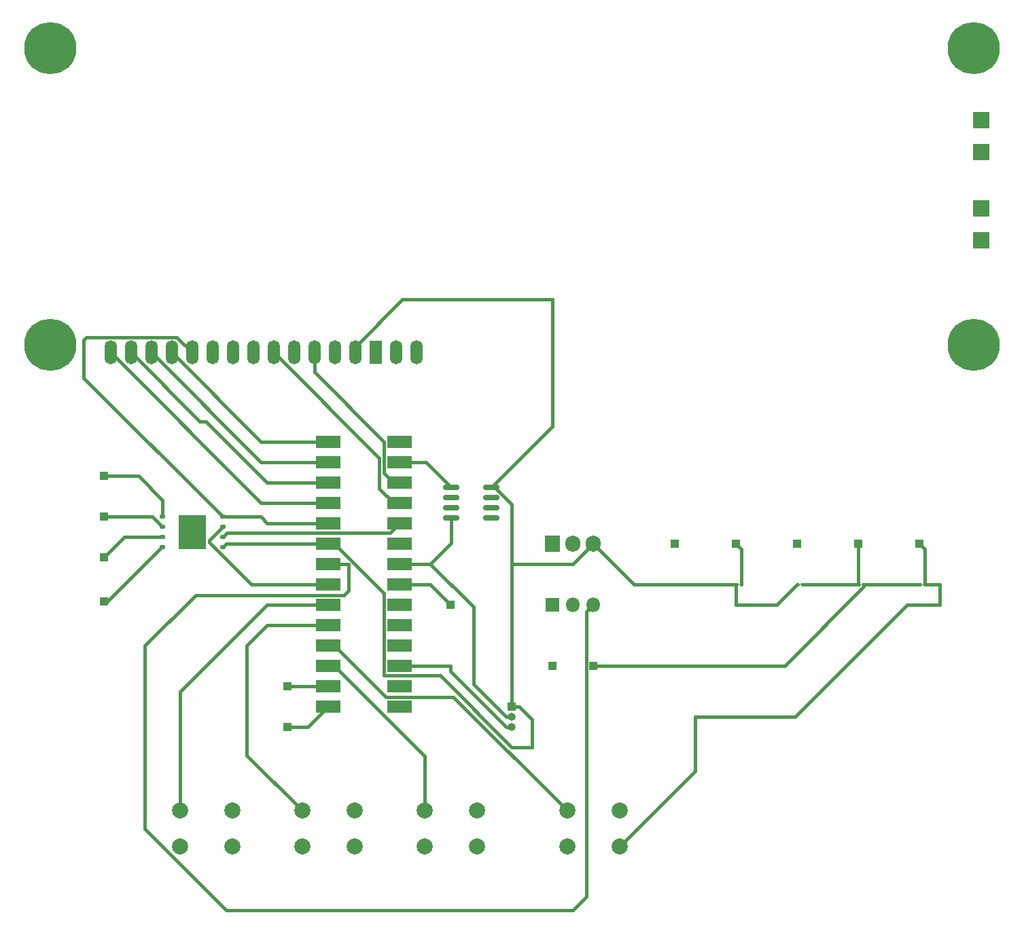
<source format=gbr>
%TF.GenerationSoftware,KiCad,Pcbnew,7.0.1*%
%TF.CreationDate,2023-06-23T23:38:44-03:00*%
%TF.ProjectId,EA075_Projeto_Final,45413037-355f-4507-926f-6a65746f5f46,rev?*%
%TF.SameCoordinates,Original*%
%TF.FileFunction,Copper,L1,Top*%
%TF.FilePolarity,Positive*%
%FSLAX46Y46*%
G04 Gerber Fmt 4.6, Leading zero omitted, Abs format (unit mm)*
G04 Created by KiCad (PCBNEW 7.0.1) date 2023-06-23 23:38:44*
%MOMM*%
%LPD*%
G01*
G04 APERTURE LIST*
G04 Aperture macros list*
%AMRoundRect*
0 Rectangle with rounded corners*
0 $1 Rounding radius*
0 $2 $3 $4 $5 $6 $7 $8 $9 X,Y pos of 4 corners*
0 Add a 4 corners polygon primitive as box body*
4,1,4,$2,$3,$4,$5,$6,$7,$8,$9,$2,$3,0*
0 Add four circle primitives for the rounded corners*
1,1,$1+$1,$2,$3*
1,1,$1+$1,$4,$5*
1,1,$1+$1,$6,$7*
1,1,$1+$1,$8,$9*
0 Add four rect primitives between the rounded corners*
20,1,$1+$1,$2,$3,$4,$5,0*
20,1,$1+$1,$4,$5,$6,$7,0*
20,1,$1+$1,$6,$7,$8,$9,0*
20,1,$1+$1,$8,$9,$2,$3,0*%
G04 Aperture macros list end*
%TA.AperFunction,ComponentPad*%
%ADD10R,1.800000X1.800000*%
%TD*%
%TA.AperFunction,ComponentPad*%
%ADD11O,1.800000X1.800000*%
%TD*%
%TA.AperFunction,ComponentPad*%
%ADD12R,1.000000X1.000000*%
%TD*%
%TA.AperFunction,ComponentPad*%
%ADD13C,2.000000*%
%TD*%
%TA.AperFunction,SMDPad,CuDef*%
%ADD14RoundRect,0.100000X-0.130000X-0.100000X0.130000X-0.100000X0.130000X0.100000X-0.130000X0.100000X0*%
%TD*%
%TA.AperFunction,SMDPad,CuDef*%
%ADD15RoundRect,0.100000X0.130000X0.100000X-0.130000X0.100000X-0.130000X-0.100000X0.130000X-0.100000X0*%
%TD*%
%TA.AperFunction,ComponentPad*%
%ADD16O,1.000000X1.000000*%
%TD*%
%TA.AperFunction,ComponentPad*%
%ADD17R,1.905000X2.000000*%
%TD*%
%TA.AperFunction,ComponentPad*%
%ADD18O,1.905000X2.000000*%
%TD*%
%TA.AperFunction,SMDPad,CuDef*%
%ADD19RoundRect,0.150000X-0.825000X-0.150000X0.825000X-0.150000X0.825000X0.150000X-0.825000X0.150000X0*%
%TD*%
%TA.AperFunction,SMDPad,CuDef*%
%ADD20R,3.100000X1.600000*%
%TD*%
%TA.AperFunction,SMDPad,CuDef*%
%ADD21RoundRect,0.125000X0.200000X0.125000X-0.200000X0.125000X-0.200000X-0.125000X0.200000X-0.125000X0*%
%TD*%
%TA.AperFunction,SMDPad,CuDef*%
%ADD22R,3.400000X4.300000*%
%TD*%
%TA.AperFunction,ComponentPad*%
%ADD23C,6.500000*%
%TD*%
%TA.AperFunction,ComponentPad*%
%ADD24R,1.500000X3.000000*%
%TD*%
%TA.AperFunction,ComponentPad*%
%ADD25O,1.500000X3.000000*%
%TD*%
%TA.AperFunction,ComponentPad*%
%ADD26R,2.000000X2.000000*%
%TD*%
%TA.AperFunction,Conductor*%
%ADD27C,0.400000*%
%TD*%
G04 APERTURE END LIST*
D10*
%TO.P,Q1,1,E*%
%TO.N,Net-(J7-Pin_1)*%
X195580000Y-93980000D03*
D11*
%TO.P,Q1,2,C*%
%TO.N,+12V*%
X198120000Y-93980000D03*
%TO.P,Q1,3,B*%
%TO.N,Net-(Q1-B)*%
X200660000Y-93980000D03*
%TD*%
D12*
%TO.P,J1,1,Pin_1*%
%TO.N,Net-(J1-Pin_1)*%
X139700000Y-82990000D03*
%TD*%
D13*
%TO.P,SW1,1,1*%
%TO.N,Net-(U2-P1B{slash}AN8{slash}RB2)*%
X149150000Y-119670000D03*
X155650000Y-119670000D03*
%TO.P,SW1,2,2*%
%TO.N,GND*%
X149150000Y-124170000D03*
X155650000Y-124170000D03*
%TD*%
%TO.P,SW4,1,1*%
%TO.N,Net-(U2-~{T1G}{slash}AN13{slash}RB5)*%
X179630000Y-119670000D03*
X186130000Y-119670000D03*
%TO.P,SW4,2,2*%
%TO.N,GND*%
X179630000Y-124170000D03*
X186130000Y-124170000D03*
%TD*%
%TO.P,SW3,1,1*%
%TO.N,Net-(U2-P1D{slash}AN11{slash}RB4)*%
X197410000Y-119670000D03*
X203910000Y-119670000D03*
%TO.P,SW3,2,2*%
%TO.N,GND*%
X197410000Y-124170000D03*
X203910000Y-124170000D03*
%TD*%
D12*
%TO.P,J3,1,Pin_1*%
%TO.N,Net-(J3-Pin_1)*%
X139700000Y-93590000D03*
%TD*%
D14*
%TO.P,C3,1*%
%TO.N,Net-(U1-VDD)*%
X226085000Y-91440000D03*
%TO.P,C3,2*%
%TO.N,GND*%
X226725000Y-91440000D03*
%TD*%
D15*
%TO.P,C2,1*%
%TO.N,+12V*%
X234345000Y-91440000D03*
%TO.P,C2,2*%
%TO.N,GND*%
X233705000Y-91440000D03*
%TD*%
D12*
%TO.P,J6,1,Pin_1*%
%TO.N,GND*%
X233680000Y-86360000D03*
%TD*%
%TO.P,J2,1,Pin_1*%
%TO.N,Net-(J2-Pin_1)*%
X139700000Y-77910000D03*
%TD*%
%TO.P,J12,1,Pin_1*%
%TO.N,GND*%
X226060000Y-86360000D03*
%TD*%
%TO.P,J8,1,Pin_1*%
%TO.N,GND*%
X218440000Y-86360000D03*
%TD*%
%TO.P,J5,1,Pin_1*%
%TO.N,+12V*%
X200660000Y-101600000D03*
%TD*%
D14*
%TO.P,C1,1*%
%TO.N,+12V*%
X241325000Y-91440000D03*
%TO.P,C1,2*%
%TO.N,GND*%
X241965000Y-91440000D03*
%TD*%
D12*
%TO.P,J13,1,Pin_1*%
%TO.N,Net-(J13-Pin_1)*%
X162560000Y-104140000D03*
%TD*%
%TO.P,J4,1,Pin_1*%
%TO.N,Net-(J4-Pin_1)*%
X139700000Y-88070000D03*
%TD*%
D13*
%TO.P,SW2,1,1*%
%TO.N,Net-(U2-PGM{slash}C12IN2-{slash}AN8{slash}RB3)*%
X164390000Y-119670000D03*
X170890000Y-119670000D03*
%TO.P,SW2,2,2*%
%TO.N,GND*%
X164390000Y-124170000D03*
X170890000Y-124170000D03*
%TD*%
D12*
%TO.P,J9,1,Pin_1*%
%TO.N,GND*%
X241300000Y-86360000D03*
%TD*%
%TO.P,J14,1,Pin_1*%
%TO.N,GND*%
X210820000Y-86360000D03*
%TD*%
%TO.P,J7,1,Pin_1*%
%TO.N,Net-(J7-Pin_1)*%
X195580000Y-101600000D03*
%TD*%
%TO.P,U5,1,vcc*%
%TO.N,Net-(U1-VDD)*%
X190500000Y-106680000D03*
D16*
%TO.P,U5,2,GND*%
%TO.N,GND*%
X190500000Y-107950000D03*
%TO.P,U5,3,Analog*%
%TO.N,Net-(U2-C12IN1-{slash}AN1{slash}RA1)*%
X190500000Y-109220000D03*
%TD*%
D12*
%TO.P,J10,1,Pin_1*%
%TO.N,Net-(J10-Pin_1)*%
X182880000Y-93980000D03*
%TD*%
D17*
%TO.P,U6,1,VI*%
%TO.N,+12V*%
X195580000Y-86360000D03*
D18*
%TO.P,U6,2,GND*%
%TO.N,GND*%
X198120000Y-86360000D03*
%TO.P,U6,3,VO*%
%TO.N,Net-(U1-VDD)*%
X200660000Y-86360000D03*
%TD*%
D19*
%TO.P,U4,1,V_{OUT}*%
%TO.N,Net-(U2-RC2{slash}P1A{slash}CCP1)*%
X182945000Y-79375000D03*
%TO.P,U4,2,NC*%
%TO.N,unconnected-(U4-NC-Pad2)*%
X182945000Y-80645000D03*
%TO.P,U4,3,NC*%
%TO.N,unconnected-(U4-NC-Pad3)*%
X182945000Y-81915000D03*
%TO.P,U4,4,GND*%
%TO.N,GND*%
X182945000Y-83185000D03*
%TO.P,U4,5,NC*%
%TO.N,unconnected-(U4-NC-Pad5)*%
X187895000Y-83185000D03*
%TO.P,U4,6,NC*%
%TO.N,unconnected-(U4-NC-Pad6)*%
X187895000Y-81915000D03*
%TO.P,U4,7,NC*%
%TO.N,unconnected-(U4-NC-Pad7)*%
X187895000Y-80645000D03*
%TO.P,U4,8,+V_{S}*%
%TO.N,Net-(U1-VDD)*%
X187895000Y-79375000D03*
%TD*%
D20*
%TO.P,U2,1,RE3/~{MCLR}/Vpp*%
%TO.N,unconnected-(U2-RE3{slash}~{MCLR}{slash}Vpp-Pad1)*%
X176530000Y-106680000D03*
%TO.P,U2,2,ULPWU/C12IN0-/AN0/RA0*%
%TO.N,unconnected-(U2-ULPWU{slash}C12IN0-{slash}AN0{slash}RA0-Pad2)*%
X176530000Y-104140000D03*
%TO.P,U2,3,C12IN1-/AN1/RA1*%
%TO.N,Net-(U2-C12IN1-{slash}AN1{slash}RA1)*%
X176530000Y-101600000D03*
%TO.P,U2,4,CVref/C2IN1+/Vref-/AN2/RA2*%
%TO.N,unconnected-(U2-CVref{slash}C2IN1+{slash}Vref-{slash}AN2{slash}RA2-Pad4)*%
X176530000Y-99060000D03*
%TO.P,U2,5,C1IN+/Vref+/AN3/RA3*%
%TO.N,unconnected-(U2-C1IN+{slash}Vref+{slash}AN3{slash}RA3-Pad5)*%
X176530000Y-96520000D03*
%TO.P,U2,6,T0CKI/C1OUT/RA4*%
%TO.N,unconnected-(U2-T0CKI{slash}C1OUT{slash}RA4-Pad6)*%
X176530000Y-93980000D03*
%TO.P,U2,7,~{SS}/C2OUT/AN4/RA5*%
%TO.N,Net-(J10-Pin_1)*%
X176530000Y-91440000D03*
%TO.P,U2,8,VSS*%
%TO.N,GND*%
X176530000Y-88900000D03*
%TO.P,U2,9,CLKIN/OSC1/RA7*%
%TO.N,unconnected-(U2-CLKIN{slash}OSC1{slash}RA7-Pad9)*%
X176530000Y-86360000D03*
%TO.P,U2,10,CLKOUT/OSC2/RA6*%
%TO.N,Net-(U2-CLKOUT{slash}OSC2{slash}RA6)*%
X176530000Y-83820000D03*
%TO.P,U2,11,RC0/T1OSO/T1CK1*%
%TO.N,Net-(U1-E)*%
X176530000Y-81280000D03*
%TO.P,U2,12,RC1/T1OSI/CCP2*%
%TO.N,Net-(U1-RS)*%
X176530000Y-78740000D03*
%TO.P,U2,13,RC2/P1A/CCP1*%
%TO.N,Net-(U2-RC2{slash}P1A{slash}CCP1)*%
X176530000Y-76200000D03*
%TO.P,U2,14,RC3/SCK/SCL*%
%TO.N,unconnected-(U2-RC3{slash}SCK{slash}SCL-Pad14)*%
X176530000Y-73660000D03*
%TO.P,U2,15,RC4/SDI/SDA*%
%TO.N,Net-(U1-DB4)*%
X167640000Y-73660000D03*
%TO.P,U2,16,RC5/SDO*%
%TO.N,Net-(U1-DB5)*%
X167640000Y-76200000D03*
%TO.P,U2,17,RC6/TX/CK*%
%TO.N,Net-(U1-DB6)*%
X167640000Y-78740000D03*
%TO.P,U2,18,RC7/RX/DT*%
%TO.N,Net-(U1-DB7)*%
X167640000Y-81280000D03*
%TO.P,U2,19,VSS*%
%TO.N,GND*%
X167640000Y-83820000D03*
%TO.P,U2,20,VDD*%
%TO.N,Net-(U1-VDD)*%
X167640000Y-86360000D03*
%TO.P,U2,21,INT/AN12/RB0*%
%TO.N,Net-(Q1-B)*%
X167640000Y-88900000D03*
%TO.P,U2,22,P1C/AN10/RB1*%
%TO.N,Net-(U2-P1C{slash}AN10{slash}RB1)*%
X167640000Y-91440000D03*
%TO.P,U2,23,P1B/AN8/RB2*%
%TO.N,Net-(U2-P1B{slash}AN8{slash}RB2)*%
X167640000Y-93980000D03*
%TO.P,U2,24,PGM/C12IN2-/AN8/RB3*%
%TO.N,Net-(U2-PGM{slash}C12IN2-{slash}AN8{slash}RB3)*%
X167640000Y-96520000D03*
%TO.P,U2,25,P1D/AN11/RB4*%
%TO.N,Net-(U2-P1D{slash}AN11{slash}RB4)*%
X167640000Y-99060000D03*
%TO.P,U2,26,~{T1G}/AN13/RB5*%
%TO.N,Net-(U2-~{T1G}{slash}AN13{slash}RB5)*%
X167640000Y-101600000D03*
%TO.P,U2,27,ICSPCLK/RB6*%
%TO.N,Net-(J13-Pin_1)*%
X167640000Y-104140000D03*
%TO.P,U2,28,ICSPDAT/RB7*%
%TO.N,Net-(J11-Pin_1)*%
X167640000Y-106680000D03*
%TD*%
D12*
%TO.P,J11,1,Pin_1*%
%TO.N,Net-(J11-Pin_1)*%
X162560000Y-109220000D03*
%TD*%
D21*
%TO.P,U3,1,VCC*%
%TO.N,Net-(U1-VDD)*%
X154460000Y-86800000D03*
%TO.P,U3,2,ZC*%
%TO.N,Net-(U2-CLKOUT{slash}OSC2{slash}RA6)*%
X154460000Y-85530000D03*
%TO.P,U3,3,DIM*%
%TO.N,Net-(U2-P1C{slash}AN10{slash}RB1)*%
X154460000Y-84260000D03*
%TO.P,U3,4,GND*%
%TO.N,GND*%
X154460000Y-82990000D03*
%TO.P,U3,5,AC_IN-*%
%TO.N,Net-(J2-Pin_1)*%
X146960000Y-82990000D03*
%TO.P,U3,6,AC_IN+*%
%TO.N,Net-(J1-Pin_1)*%
X146960000Y-84260000D03*
%TO.P,U3,7,AC_LOAD+*%
%TO.N,Net-(J4-Pin_1)*%
X146960000Y-85530000D03*
%TO.P,U3,8,AC_LOAD-*%
%TO.N,Net-(J3-Pin_1)*%
X146960000Y-86800000D03*
D22*
%TO.P,U3,9*%
%TO.N,N/C*%
X150710000Y-84895000D03*
%TD*%
D14*
%TO.P,C4,1*%
%TO.N,Net-(U1-VDD)*%
X218465000Y-91440000D03*
%TO.P,C4,2*%
%TO.N,GND*%
X219105000Y-91440000D03*
%TD*%
D23*
%TO.P,U1,*%
%TO.N,*%
X248000000Y-61537500D03*
X248000000Y-24537500D03*
X133000000Y-61537500D03*
X133000000Y-24537500D03*
D24*
%TO.P,U1,1,VSS*%
%TO.N,GND*%
X173500000Y-62537500D03*
D25*
%TO.P,U1,2,VDD*%
%TO.N,Net-(U1-VDD)*%
X170960000Y-62537500D03*
%TO.P,U1,3,VO*%
%TO.N,GND*%
X168420000Y-62537500D03*
%TO.P,U1,4,RS*%
%TO.N,Net-(U1-RS)*%
X165880000Y-62537500D03*
%TO.P,U1,5,R/~{W}*%
%TO.N,GND*%
X163340000Y-62537500D03*
%TO.P,U1,6,E*%
%TO.N,Net-(U1-E)*%
X160800000Y-62537500D03*
%TO.P,U1,7,DB0*%
%TO.N,GND*%
X158260000Y-62537500D03*
%TO.P,U1,8,DB1*%
X155720000Y-62537500D03*
%TO.P,U1,9,DB2*%
X153180000Y-62537500D03*
%TO.P,U1,10,DB3*%
X150640000Y-62537500D03*
%TO.P,U1,11,DB4*%
%TO.N,Net-(U1-DB4)*%
X148100000Y-62537500D03*
%TO.P,U1,12,DB5*%
%TO.N,Net-(U1-DB5)*%
X145560000Y-62537500D03*
%TO.P,U1,13,DB6*%
%TO.N,Net-(U1-DB6)*%
X143020000Y-62537500D03*
%TO.P,U1,14,DB7*%
%TO.N,Net-(U1-DB7)*%
X140480000Y-62537500D03*
%TO.P,U1,15,A/VEE*%
%TO.N,GND*%
X176040000Y-62537500D03*
%TO.P,U1,16,K*%
X178580000Y-62537500D03*
D26*
%TO.P,U1,A1,A1*%
X249000000Y-48537500D03*
%TO.P,U1,A2,A2*%
X249000000Y-37537500D03*
%TO.P,U1,K1,K1*%
X249000000Y-44537500D03*
%TO.P,U1,K2,K2*%
X249000000Y-33537500D03*
%TD*%
D27*
%TO.N,+12V*%
X234335000Y-91440000D02*
X241325000Y-91440000D01*
X234335000Y-91747107D02*
X234335000Y-91440000D01*
X224482107Y-101600000D02*
X234335000Y-91747107D01*
X200660000Y-101600000D02*
X224482107Y-101600000D01*
%TO.N,Net-(J3-Pin_1)*%
X146880000Y-86800000D02*
X146960000Y-86800000D01*
X140090000Y-93590000D02*
X146880000Y-86800000D01*
X139700000Y-93590000D02*
X140090000Y-93590000D01*
%TO.N,GND*%
X137160000Y-65690000D02*
X137160000Y-60960000D01*
X159190000Y-82990000D02*
X154460000Y-82990000D01*
X185683604Y-94243604D02*
X185683604Y-103876396D01*
X182945000Y-83185000D02*
X182945000Y-86295000D01*
X243840000Y-93980000D02*
X243840000Y-91440000D01*
X154460000Y-82990000D02*
X137160000Y-65690000D01*
X233680000Y-91415000D02*
X233680000Y-86360000D01*
X241300000Y-86360000D02*
X241965000Y-87025000D01*
X213360000Y-114720000D02*
X213360000Y-107950000D01*
X233705000Y-91440000D02*
X233680000Y-91415000D01*
X241965000Y-87025000D02*
X241965000Y-91440000D01*
X243840000Y-91440000D02*
X241965000Y-91440000D01*
X213360000Y-107950000D02*
X225752107Y-107950000D01*
X176530000Y-88900000D02*
X180340000Y-88900000D01*
X189757208Y-107950000D02*
X190500000Y-107950000D01*
X180340000Y-88900000D02*
X185683604Y-94243604D01*
X137160000Y-60960000D02*
X137482500Y-60637500D01*
X203910000Y-124170000D02*
X213360000Y-114720000D01*
X219105000Y-87025000D02*
X218440000Y-86360000D01*
X225752107Y-107950000D02*
X239722107Y-93980000D01*
X233705000Y-91440000D02*
X226725000Y-91440000D01*
X167640000Y-83820000D02*
X160020000Y-83820000D01*
X219105000Y-91440000D02*
X219105000Y-87025000D01*
X185683604Y-103876396D02*
X189757208Y-107950000D01*
X148740000Y-60637500D02*
X150640000Y-62537500D01*
X239722107Y-93980000D02*
X243840000Y-93980000D01*
X137482500Y-60637500D02*
X148740000Y-60637500D01*
X182945000Y-86295000D02*
X180340000Y-88900000D01*
X160020000Y-83820000D02*
X159190000Y-82990000D01*
%TO.N,Net-(Q1-B)*%
X170081472Y-88900000D02*
X167640000Y-88900000D01*
X198120000Y-132080000D02*
X154940000Y-132080000D01*
X154940000Y-132080000D02*
X144780000Y-121920000D01*
X170130736Y-88949264D02*
X170081472Y-88900000D01*
X200660000Y-93980000D02*
X199760000Y-94880000D01*
X144780000Y-99060000D02*
X151060000Y-92780000D01*
X170130736Y-92239264D02*
X170130736Y-88949264D01*
X199760000Y-94880000D02*
X199760000Y-130440000D01*
X151060000Y-92780000D02*
X169590000Y-92780000D01*
X144780000Y-121920000D02*
X144780000Y-99060000D01*
X199760000Y-130440000D02*
X198120000Y-132080000D01*
X169590000Y-92780000D02*
X170130736Y-92239264D01*
%TO.N,Net-(U2-P1C{slash}AN10{slash}RB1)*%
X152810000Y-85910000D02*
X152810000Y-86217462D01*
X152810000Y-86217462D02*
X158032538Y-91440000D01*
X158032538Y-91440000D02*
X167640000Y-91440000D01*
X154460000Y-84260000D02*
X152810000Y-85910000D01*
%TO.N,Net-(U2-P1B{slash}AN8{slash}RB2)*%
X160020000Y-93980000D02*
X167640000Y-93980000D01*
X149150000Y-119670000D02*
X149150000Y-104850000D01*
X149150000Y-104850000D02*
X160020000Y-93980000D01*
%TO.N,Net-(U2-PGM{slash}C12IN2-{slash}AN8{slash}RB3)*%
X157480000Y-112760000D02*
X157480000Y-99060000D01*
X160020000Y-96520000D02*
X167640000Y-96520000D01*
X164390000Y-119670000D02*
X157480000Y-112760000D01*
X157480000Y-99060000D02*
X160020000Y-96520000D01*
%TO.N,Net-(U2-P1D{slash}AN11{slash}RB4)*%
X174810000Y-105480000D02*
X168390000Y-99060000D01*
X197410000Y-119670000D02*
X183220000Y-105480000D01*
X183220000Y-105480000D02*
X174810000Y-105480000D01*
X168390000Y-99060000D02*
X167640000Y-99060000D01*
%TO.N,Net-(U1-RS)*%
X165880000Y-62537500D02*
X165880000Y-64960000D01*
X174580000Y-73660000D02*
X174580000Y-77540000D01*
X175780000Y-78740000D02*
X176530000Y-78740000D01*
X174580000Y-77540000D02*
X175780000Y-78740000D01*
X165880000Y-64960000D02*
X174580000Y-73660000D01*
%TO.N,Net-(U1-E)*%
X160800000Y-62537500D02*
X173980000Y-75717500D01*
X173980000Y-75717500D02*
X173980000Y-79480000D01*
X175780000Y-81280000D02*
X176530000Y-81280000D01*
X173980000Y-79480000D02*
X175780000Y-81280000D01*
%TO.N,Net-(U1-DB4)*%
X159222500Y-73660000D02*
X167640000Y-73660000D01*
X148100000Y-62537500D02*
X159222500Y-73660000D01*
%TO.N,Net-(U1-DB5)*%
X159222500Y-76200000D02*
X167640000Y-76200000D01*
X145560000Y-62537500D02*
X159222500Y-76200000D01*
%TO.N,Net-(U1-DB6)*%
X143020000Y-62537500D02*
X151602500Y-71120000D01*
X160020000Y-78740000D02*
X167640000Y-78740000D01*
X152400000Y-71120000D02*
X160020000Y-78740000D01*
X151602500Y-71120000D02*
X152400000Y-71120000D01*
%TO.N,Net-(U1-DB7)*%
X159222500Y-81280000D02*
X167640000Y-81280000D01*
X140480000Y-62537500D02*
X159222500Y-81280000D01*
%TO.N,Net-(U2-C12IN1-{slash}AN1{slash}RA1)*%
X182880000Y-101600000D02*
X176530000Y-101600000D01*
X182880000Y-102307106D02*
X182880000Y-101600000D01*
X190500000Y-109220000D02*
X189792894Y-109220000D01*
X189792894Y-109220000D02*
X182880000Y-102307106D01*
%TO.N,Net-(U2-CLKOUT{slash}OSC2{slash}RA6)*%
X175330000Y-85020000D02*
X176530000Y-83820000D01*
X154970000Y-85020000D02*
X175330000Y-85020000D01*
X154460000Y-85530000D02*
X154970000Y-85020000D01*
%TO.N,Net-(U1-VDD)*%
X226060000Y-91440000D02*
X223520000Y-93980000D01*
X167640000Y-86360000D02*
X168390000Y-86360000D01*
X154900000Y-86360000D02*
X167640000Y-86360000D01*
X218440000Y-93980000D02*
X218440000Y-91440000D01*
X195580000Y-55880000D02*
X195580000Y-71690000D01*
X191400000Y-106680000D02*
X190500000Y-106680000D01*
X195580000Y-71690000D02*
X187895000Y-79375000D01*
X223520000Y-93980000D02*
X218440000Y-93980000D01*
X190500000Y-88900000D02*
X198120000Y-88900000D01*
X198120000Y-88900000D02*
X200660000Y-86360000D01*
X193040000Y-108320000D02*
X191400000Y-106680000D01*
X181540000Y-102800000D02*
X190500000Y-111760000D01*
X168390000Y-86360000D02*
X174580000Y-92550000D01*
X176867500Y-55880000D02*
X195580000Y-55880000D01*
X193040000Y-111760000D02*
X193040000Y-108320000D01*
X170960000Y-62537500D02*
X170960000Y-61787500D01*
X170960000Y-61787500D02*
X176867500Y-55880000D01*
X226085000Y-91440000D02*
X226060000Y-91440000D01*
X190500000Y-111760000D02*
X193040000Y-111760000D01*
X205740000Y-91440000D02*
X218465000Y-91440000D01*
X154460000Y-86800000D02*
X154900000Y-86360000D01*
X190500000Y-81497183D02*
X190500000Y-88900000D01*
X174580000Y-102800000D02*
X181540000Y-102800000D01*
X190500000Y-106680000D02*
X190500000Y-88900000D01*
X200660000Y-86360000D02*
X205740000Y-91440000D01*
X187895000Y-79375000D02*
X188377817Y-79375000D01*
X188377817Y-79375000D02*
X190500000Y-81497183D01*
X174580000Y-92550000D02*
X174580000Y-102800000D01*
%TO.N,Net-(J1-Pin_1)*%
X145690000Y-82990000D02*
X146960000Y-84260000D01*
X139700000Y-82990000D02*
X145690000Y-82990000D01*
%TO.N,Net-(J2-Pin_1)*%
X143950000Y-77910000D02*
X146960000Y-80920000D01*
X139700000Y-77910000D02*
X143950000Y-77910000D01*
X146960000Y-80920000D02*
X146960000Y-82990000D01*
%TO.N,Net-(J4-Pin_1)*%
X142240000Y-85530000D02*
X146960000Y-85530000D01*
X139700000Y-88070000D02*
X142240000Y-85530000D01*
%TO.N,Net-(J10-Pin_1)*%
X180340000Y-91440000D02*
X176530000Y-91440000D01*
X182880000Y-93980000D02*
X180340000Y-91440000D01*
%TO.N,Net-(J11-Pin_1)*%
X165100000Y-109220000D02*
X167640000Y-106680000D01*
X162560000Y-109220000D02*
X165100000Y-109220000D01*
%TO.N,Net-(J13-Pin_1)*%
X162560000Y-104140000D02*
X167640000Y-104140000D01*
%TO.N,Net-(U2-RC2{slash}P1A{slash}CCP1)*%
X182945000Y-79375000D02*
X179770000Y-76200000D01*
X179770000Y-76200000D02*
X176530000Y-76200000D01*
%TO.N,Net-(U2-~{T1G}{slash}AN13{slash}RB5)*%
X179630000Y-112840000D02*
X168390000Y-101600000D01*
X168390000Y-101600000D02*
X167640000Y-101600000D01*
X179630000Y-119670000D02*
X179630000Y-112840000D01*
%TD*%
M02*

</source>
